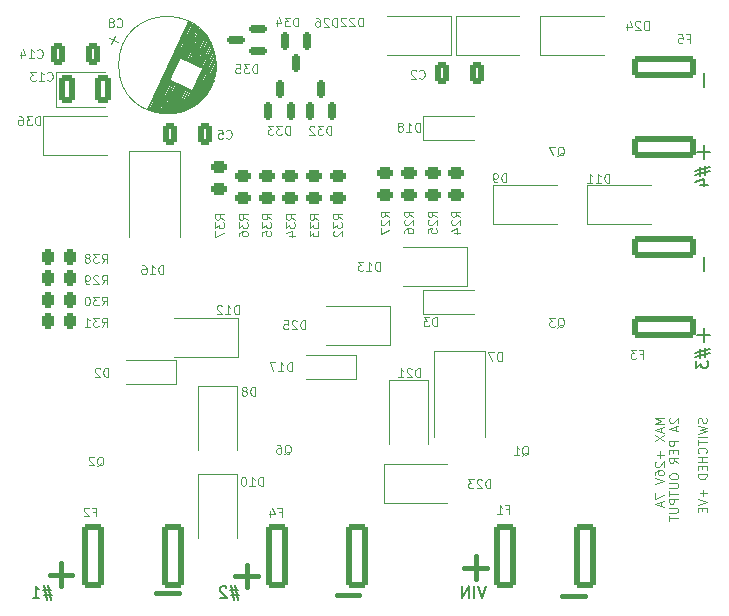
<source format=gbo>
G04 #@! TF.GenerationSoftware,KiCad,Pcbnew,6.0.7+dfsg-1+b1*
G04 #@! TF.CreationDate,2022-09-08T18:59:39+01:00*
G04 #@! TF.ProjectId,owl-driver-board,6f776c2d-6472-4697-9665-722d626f6172,rev?*
G04 #@! TF.SameCoordinates,Original*
G04 #@! TF.FileFunction,Legend,Bot*
G04 #@! TF.FilePolarity,Positive*
%FSLAX46Y46*%
G04 Gerber Fmt 4.6, Leading zero omitted, Abs format (unit mm)*
G04 Created by KiCad (PCBNEW 6.0.7+dfsg-1+b1) date 2022-09-08 18:59:39*
%MOMM*%
%LPD*%
G01*
G04 APERTURE LIST*
G04 Aperture macros list*
%AMRoundRect*
0 Rectangle with rounded corners*
0 $1 Rounding radius*
0 $2 $3 $4 $5 $6 $7 $8 $9 X,Y pos of 4 corners*
0 Add a 4 corners polygon primitive as box body*
4,1,4,$2,$3,$4,$5,$6,$7,$8,$9,$2,$3,0*
0 Add four circle primitives for the rounded corners*
1,1,$1+$1,$2,$3*
1,1,$1+$1,$4,$5*
1,1,$1+$1,$6,$7*
1,1,$1+$1,$8,$9*
0 Add four rect primitives between the rounded corners*
20,1,$1+$1,$2,$3,$4,$5,0*
20,1,$1+$1,$4,$5,$6,$7,0*
20,1,$1+$1,$6,$7,$8,$9,0*
20,1,$1+$1,$8,$9,$2,$3,0*%
%AMRotRect*
0 Rectangle, with rotation*
0 The origin of the aperture is its center*
0 $1 length*
0 $2 width*
0 $3 Rotation angle, in degrees counterclockwise*
0 Add horizontal line*
21,1,$1,$2,0,0,$3*%
G04 Aperture macros list end*
%ADD10C,0.150000*%
%ADD11C,0.400000*%
%ADD12C,0.120000*%
%ADD13C,0.200000*%
%ADD14C,6.200000*%
%ADD15R,1.727200X1.727200*%
%ADD16O,1.727200X1.727200*%
%ADD17C,2.082800*%
%ADD18R,2.500000X1.800000*%
%ADD19R,1.800000X2.500000*%
%ADD20RoundRect,0.150000X0.587500X0.150000X-0.587500X0.150000X-0.587500X-0.150000X0.587500X-0.150000X0*%
%ADD21RoundRect,0.250000X-0.712500X-2.475000X0.712500X-2.475000X0.712500X2.475000X-0.712500X2.475000X0*%
%ADD22RoundRect,0.250000X-0.450000X0.262500X-0.450000X-0.262500X0.450000X-0.262500X0.450000X0.262500X0*%
%ADD23RoundRect,0.150000X0.150000X-0.587500X0.150000X0.587500X-0.150000X0.587500X-0.150000X-0.587500X0*%
%ADD24R,1.200000X2.200000*%
%ADD25R,5.800000X6.400000*%
%ADD26RoundRect,0.250000X0.325000X0.650000X-0.325000X0.650000X-0.325000X-0.650000X0.325000X-0.650000X0*%
%ADD27R,1.300000X1.700000*%
%ADD28RoundRect,0.250000X0.262500X0.450000X-0.262500X0.450000X-0.262500X-0.450000X0.262500X-0.450000X0*%
%ADD29R,2.300000X3.500000*%
%ADD30R,2.200000X1.200000*%
%ADD31R,6.400000X5.800000*%
%ADD32RoundRect,0.250000X-0.325000X-0.650000X0.325000X-0.650000X0.325000X0.650000X-0.325000X0.650000X0*%
%ADD33RoundRect,0.250000X-2.475000X0.712500X-2.475000X-0.712500X2.475000X-0.712500X2.475000X0.712500X0*%
%ADD34RoundRect,0.250000X0.712500X2.475000X-0.712500X2.475000X-0.712500X-2.475000X0.712500X-2.475000X0*%
%ADD35RoundRect,0.150000X-0.150000X0.587500X-0.150000X-0.587500X0.150000X-0.587500X0.150000X0.587500X0*%
%ADD36RoundRect,0.250000X-0.412500X-0.925000X0.412500X-0.925000X0.412500X0.925000X-0.412500X0.925000X0*%
%ADD37RotRect,1.600000X1.600000X335.000000*%
%ADD38C,1.600000*%
G04 APERTURE END LIST*
D10*
X24785714Y-55410714D02*
X24071428Y-55410714D01*
X24500000Y-54982142D02*
X24785714Y-56267857D01*
X24166666Y-55839285D02*
X24880952Y-55839285D01*
X24452380Y-56267857D02*
X24166666Y-54982142D01*
X23785714Y-55172619D02*
X23738095Y-55125000D01*
X23642857Y-55077380D01*
X23404761Y-55077380D01*
X23309523Y-55125000D01*
X23261904Y-55172619D01*
X23214285Y-55267857D01*
X23214285Y-55363095D01*
X23261904Y-55505952D01*
X23833333Y-56077380D01*
X23214285Y-56077380D01*
X63885714Y-35014285D02*
X63885714Y-35728571D01*
X63457142Y-35300000D02*
X64742857Y-35014285D01*
X64314285Y-35633333D02*
X64314285Y-34919047D01*
X64742857Y-35347619D02*
X63457142Y-35633333D01*
X63552380Y-35966666D02*
X63552380Y-36585714D01*
X63933333Y-36252380D01*
X63933333Y-36395238D01*
X63980952Y-36490476D01*
X64028571Y-36538095D01*
X64123809Y-36585714D01*
X64361904Y-36585714D01*
X64457142Y-36538095D01*
X64504761Y-36490476D01*
X64552380Y-36395238D01*
X64552380Y-36109523D01*
X64504761Y-36014285D01*
X64457142Y-35966666D01*
X63885714Y-19589285D02*
X63885714Y-20303571D01*
X63457142Y-19875000D02*
X64742857Y-19589285D01*
X64314285Y-20208333D02*
X64314285Y-19494047D01*
X64742857Y-19922619D02*
X63457142Y-20208333D01*
X63885714Y-21065476D02*
X64552380Y-21065476D01*
X63504761Y-20827380D02*
X64219047Y-20589285D01*
X64219047Y-21208333D01*
X8960714Y-55385714D02*
X8246428Y-55385714D01*
X8675000Y-54957142D02*
X8960714Y-56242857D01*
X8341666Y-55814285D02*
X9055952Y-55814285D01*
X8627380Y-56242857D02*
X8341666Y-54957142D01*
X7389285Y-56052380D02*
X7960714Y-56052380D01*
X7675000Y-56052380D02*
X7675000Y-55052380D01*
X7770238Y-55195238D01*
X7865476Y-55290476D01*
X7960714Y-55338095D01*
D11*
X54152380Y-55878571D02*
X52247619Y-55878571D01*
D12*
X60828035Y-40856571D02*
X60078035Y-40856571D01*
X60613750Y-41106571D01*
X60078035Y-41356571D01*
X60828035Y-41356571D01*
X60613750Y-41678000D02*
X60613750Y-42035142D01*
X60828035Y-41606571D02*
X60078035Y-41856571D01*
X60828035Y-42106571D01*
X60078035Y-42285142D02*
X60828035Y-42785142D01*
X60078035Y-42785142D02*
X60828035Y-42285142D01*
X60542321Y-43642285D02*
X60542321Y-44213714D01*
X60828035Y-43928000D02*
X60256607Y-43928000D01*
X60149464Y-44535142D02*
X60113750Y-44570857D01*
X60078035Y-44642285D01*
X60078035Y-44820857D01*
X60113750Y-44892285D01*
X60149464Y-44928000D01*
X60220892Y-44963714D01*
X60292321Y-44963714D01*
X60399464Y-44928000D01*
X60828035Y-44499428D01*
X60828035Y-44963714D01*
X60078035Y-45606571D02*
X60078035Y-45463714D01*
X60113750Y-45392285D01*
X60149464Y-45356571D01*
X60256607Y-45285142D01*
X60399464Y-45249428D01*
X60685178Y-45249428D01*
X60756607Y-45285142D01*
X60792321Y-45320857D01*
X60828035Y-45392285D01*
X60828035Y-45535142D01*
X60792321Y-45606571D01*
X60756607Y-45642285D01*
X60685178Y-45678000D01*
X60506607Y-45678000D01*
X60435178Y-45642285D01*
X60399464Y-45606571D01*
X60363750Y-45535142D01*
X60363750Y-45392285D01*
X60399464Y-45320857D01*
X60435178Y-45285142D01*
X60506607Y-45249428D01*
X60078035Y-45892285D02*
X60828035Y-46142285D01*
X60078035Y-46392285D01*
X60078035Y-47142285D02*
X60078035Y-47642285D01*
X60828035Y-47320857D01*
X60613750Y-47892285D02*
X60613750Y-48249428D01*
X60828035Y-47820857D02*
X60078035Y-48070857D01*
X60828035Y-48320857D01*
X61356964Y-40820857D02*
X61321250Y-40856571D01*
X61285535Y-40928000D01*
X61285535Y-41106571D01*
X61321250Y-41178000D01*
X61356964Y-41213714D01*
X61428392Y-41249428D01*
X61499821Y-41249428D01*
X61606964Y-41213714D01*
X62035535Y-40785142D01*
X62035535Y-41249428D01*
X61821250Y-41535142D02*
X61821250Y-41892285D01*
X62035535Y-41463714D02*
X61285535Y-41713714D01*
X62035535Y-41963714D01*
X62035535Y-42785142D02*
X61285535Y-42785142D01*
X61285535Y-43070857D01*
X61321250Y-43142285D01*
X61356964Y-43178000D01*
X61428392Y-43213714D01*
X61535535Y-43213714D01*
X61606964Y-43178000D01*
X61642678Y-43142285D01*
X61678392Y-43070857D01*
X61678392Y-42785142D01*
X61642678Y-43535142D02*
X61642678Y-43785142D01*
X62035535Y-43892285D02*
X62035535Y-43535142D01*
X61285535Y-43535142D01*
X61285535Y-43892285D01*
X62035535Y-44642285D02*
X61678392Y-44392285D01*
X62035535Y-44213714D02*
X61285535Y-44213714D01*
X61285535Y-44499428D01*
X61321250Y-44570857D01*
X61356964Y-44606571D01*
X61428392Y-44642285D01*
X61535535Y-44642285D01*
X61606964Y-44606571D01*
X61642678Y-44570857D01*
X61678392Y-44499428D01*
X61678392Y-44213714D01*
X61285535Y-45678000D02*
X61285535Y-45820857D01*
X61321250Y-45892285D01*
X61392678Y-45963714D01*
X61535535Y-45999428D01*
X61785535Y-45999428D01*
X61928392Y-45963714D01*
X61999821Y-45892285D01*
X62035535Y-45820857D01*
X62035535Y-45678000D01*
X61999821Y-45606571D01*
X61928392Y-45535142D01*
X61785535Y-45499428D01*
X61535535Y-45499428D01*
X61392678Y-45535142D01*
X61321250Y-45606571D01*
X61285535Y-45678000D01*
X61285535Y-46320857D02*
X61892678Y-46320857D01*
X61964107Y-46356571D01*
X61999821Y-46392285D01*
X62035535Y-46463714D01*
X62035535Y-46606571D01*
X61999821Y-46678000D01*
X61964107Y-46713714D01*
X61892678Y-46749428D01*
X61285535Y-46749428D01*
X61285535Y-46999428D02*
X61285535Y-47428000D01*
X62035535Y-47213714D02*
X61285535Y-47213714D01*
X62035535Y-47678000D02*
X61285535Y-47678000D01*
X61285535Y-47963714D01*
X61321250Y-48035142D01*
X61356964Y-48070857D01*
X61428392Y-48106571D01*
X61535535Y-48106571D01*
X61606964Y-48070857D01*
X61642678Y-48035142D01*
X61678392Y-47963714D01*
X61678392Y-47678000D01*
X61285535Y-48428000D02*
X61892678Y-48428000D01*
X61964107Y-48463714D01*
X61999821Y-48499428D01*
X62035535Y-48570857D01*
X62035535Y-48713714D01*
X61999821Y-48785142D01*
X61964107Y-48820857D01*
X61892678Y-48856571D01*
X61285535Y-48856571D01*
X61285535Y-49106571D02*
X61285535Y-49535142D01*
X62035535Y-49320857D02*
X61285535Y-49320857D01*
X64414821Y-40820857D02*
X64450535Y-40928000D01*
X64450535Y-41106571D01*
X64414821Y-41178000D01*
X64379107Y-41213714D01*
X64307678Y-41249428D01*
X64236250Y-41249428D01*
X64164821Y-41213714D01*
X64129107Y-41178000D01*
X64093392Y-41106571D01*
X64057678Y-40963714D01*
X64021964Y-40892285D01*
X63986250Y-40856571D01*
X63914821Y-40820857D01*
X63843392Y-40820857D01*
X63771964Y-40856571D01*
X63736250Y-40892285D01*
X63700535Y-40963714D01*
X63700535Y-41142285D01*
X63736250Y-41249428D01*
X63700535Y-41499428D02*
X64450535Y-41678000D01*
X63914821Y-41820857D01*
X64450535Y-41963714D01*
X63700535Y-42142285D01*
X64450535Y-42428000D02*
X63700535Y-42428000D01*
X63700535Y-42678000D02*
X63700535Y-43106571D01*
X64450535Y-42892285D02*
X63700535Y-42892285D01*
X64379107Y-43785142D02*
X64414821Y-43749428D01*
X64450535Y-43642285D01*
X64450535Y-43570857D01*
X64414821Y-43463714D01*
X64343392Y-43392285D01*
X64271964Y-43356571D01*
X64129107Y-43320857D01*
X64021964Y-43320857D01*
X63879107Y-43356571D01*
X63807678Y-43392285D01*
X63736250Y-43463714D01*
X63700535Y-43570857D01*
X63700535Y-43642285D01*
X63736250Y-43749428D01*
X63771964Y-43785142D01*
X64450535Y-44106571D02*
X63700535Y-44106571D01*
X64057678Y-44106571D02*
X64057678Y-44535142D01*
X64450535Y-44535142D02*
X63700535Y-44535142D01*
X64057678Y-44892285D02*
X64057678Y-45142285D01*
X64450535Y-45249428D02*
X64450535Y-44892285D01*
X63700535Y-44892285D01*
X63700535Y-45249428D01*
X64450535Y-45570857D02*
X63700535Y-45570857D01*
X63700535Y-45749428D01*
X63736250Y-45856571D01*
X63807678Y-45928000D01*
X63879107Y-45963714D01*
X64021964Y-45999428D01*
X64129107Y-45999428D01*
X64271964Y-45963714D01*
X64343392Y-45928000D01*
X64414821Y-45856571D01*
X64450535Y-45749428D01*
X64450535Y-45570857D01*
X64164821Y-46892285D02*
X64164821Y-47463714D01*
X64450535Y-47178000D02*
X63879107Y-47178000D01*
X63700535Y-47713714D02*
X64450535Y-47963714D01*
X63700535Y-48213714D01*
X64057678Y-48463714D02*
X64057678Y-48713714D01*
X64450535Y-48820857D02*
X64450535Y-48463714D01*
X63700535Y-48463714D01*
X63700535Y-48820857D01*
D11*
X19752380Y-55678571D02*
X17847619Y-55678571D01*
X26452380Y-54178571D02*
X24547619Y-54178571D01*
X25500000Y-55130952D02*
X25500000Y-53226190D01*
D10*
X45795238Y-55052380D02*
X45461904Y-56052380D01*
X45128571Y-55052380D01*
X44795238Y-56052380D02*
X44795238Y-55052380D01*
X44319047Y-56052380D02*
X44319047Y-55052380D01*
X43747619Y-56052380D01*
X43747619Y-55052380D01*
D11*
X45852380Y-53478571D02*
X43947619Y-53478571D01*
X44900000Y-54430952D02*
X44900000Y-52526190D01*
X35052380Y-55778571D02*
X33147619Y-55778571D01*
X10752380Y-54078571D02*
X8847619Y-54078571D01*
X9800000Y-55030952D02*
X9800000Y-53126190D01*
D13*
X64207142Y-17728571D02*
X64207142Y-18871428D01*
X64778571Y-18300000D02*
X63635714Y-18300000D01*
X64207142Y-27228571D02*
X64207142Y-28371428D01*
X64207142Y-11628571D02*
X64207142Y-12771428D01*
X64207142Y-33228571D02*
X64207142Y-34371428D01*
X64778571Y-33800000D02*
X63635714Y-33800000D01*
D12*
X59535714Y-7964285D02*
X59535714Y-7214285D01*
X59357142Y-7214285D01*
X59250000Y-7250000D01*
X59178571Y-7321428D01*
X59142857Y-7392857D01*
X59107142Y-7535714D01*
X59107142Y-7642857D01*
X59142857Y-7785714D01*
X59178571Y-7857142D01*
X59250000Y-7928571D01*
X59357142Y-7964285D01*
X59535714Y-7964285D01*
X58821428Y-7285714D02*
X58785714Y-7250000D01*
X58714285Y-7214285D01*
X58535714Y-7214285D01*
X58464285Y-7250000D01*
X58428571Y-7285714D01*
X58392857Y-7357142D01*
X58392857Y-7428571D01*
X58428571Y-7535714D01*
X58857142Y-7964285D01*
X58392857Y-7964285D01*
X57750000Y-7464285D02*
X57750000Y-7964285D01*
X57928571Y-7178571D02*
X58107142Y-7714285D01*
X57642857Y-7714285D01*
X26228571Y-38939285D02*
X26228571Y-38189285D01*
X26050000Y-38189285D01*
X25942857Y-38225000D01*
X25871428Y-38296428D01*
X25835714Y-38367857D01*
X25800000Y-38510714D01*
X25800000Y-38617857D01*
X25835714Y-38760714D01*
X25871428Y-38832142D01*
X25942857Y-38903571D01*
X26050000Y-38939285D01*
X26228571Y-38939285D01*
X25371428Y-38510714D02*
X25442857Y-38475000D01*
X25478571Y-38439285D01*
X25514285Y-38367857D01*
X25514285Y-38332142D01*
X25478571Y-38260714D01*
X25442857Y-38225000D01*
X25371428Y-38189285D01*
X25228571Y-38189285D01*
X25157142Y-38225000D01*
X25121428Y-38260714D01*
X25085714Y-38332142D01*
X25085714Y-38367857D01*
X25121428Y-38439285D01*
X25157142Y-38475000D01*
X25228571Y-38510714D01*
X25371428Y-38510714D01*
X25442857Y-38546428D01*
X25478571Y-38582142D01*
X25514285Y-38653571D01*
X25514285Y-38796428D01*
X25478571Y-38867857D01*
X25442857Y-38903571D01*
X25371428Y-38939285D01*
X25228571Y-38939285D01*
X25157142Y-38903571D01*
X25121428Y-38867857D01*
X25085714Y-38796428D01*
X25085714Y-38653571D01*
X25121428Y-38582142D01*
X25157142Y-38546428D01*
X25228571Y-38510714D01*
X26410714Y-11639285D02*
X26410714Y-10889285D01*
X26232142Y-10889285D01*
X26125000Y-10925000D01*
X26053571Y-10996428D01*
X26017857Y-11067857D01*
X25982142Y-11210714D01*
X25982142Y-11317857D01*
X26017857Y-11460714D01*
X26053571Y-11532142D01*
X26125000Y-11603571D01*
X26232142Y-11639285D01*
X26410714Y-11639285D01*
X25732142Y-10889285D02*
X25267857Y-10889285D01*
X25517857Y-11175000D01*
X25410714Y-11175000D01*
X25339285Y-11210714D01*
X25303571Y-11246428D01*
X25267857Y-11317857D01*
X25267857Y-11496428D01*
X25303571Y-11567857D01*
X25339285Y-11603571D01*
X25410714Y-11639285D01*
X25625000Y-11639285D01*
X25696428Y-11603571D01*
X25732142Y-11567857D01*
X24589285Y-10889285D02*
X24946428Y-10889285D01*
X24982142Y-11246428D01*
X24946428Y-11210714D01*
X24875000Y-11175000D01*
X24696428Y-11175000D01*
X24625000Y-11210714D01*
X24589285Y-11246428D01*
X24553571Y-11317857D01*
X24553571Y-11496428D01*
X24589285Y-11567857D01*
X24625000Y-11603571D01*
X24696428Y-11639285D01*
X24875000Y-11639285D01*
X24946428Y-11603571D01*
X24982142Y-11567857D01*
X47500000Y-48546428D02*
X47750000Y-48546428D01*
X47750000Y-48939285D02*
X47750000Y-48189285D01*
X47392857Y-48189285D01*
X46714285Y-48939285D02*
X47142857Y-48939285D01*
X46928571Y-48939285D02*
X46928571Y-48189285D01*
X47000000Y-48296428D01*
X47071428Y-48367857D01*
X47142857Y-48403571D01*
X41589285Y-23767857D02*
X41232142Y-23517857D01*
X41589285Y-23339285D02*
X40839285Y-23339285D01*
X40839285Y-23625000D01*
X40875000Y-23696428D01*
X40910714Y-23732142D01*
X40982142Y-23767857D01*
X41089285Y-23767857D01*
X41160714Y-23732142D01*
X41196428Y-23696428D01*
X41232142Y-23625000D01*
X41232142Y-23339285D01*
X40910714Y-24053571D02*
X40875000Y-24089285D01*
X40839285Y-24160714D01*
X40839285Y-24339285D01*
X40875000Y-24410714D01*
X40910714Y-24446428D01*
X40982142Y-24482142D01*
X41053571Y-24482142D01*
X41160714Y-24446428D01*
X41589285Y-24017857D01*
X41589285Y-24482142D01*
X40839285Y-25160714D02*
X40839285Y-24803571D01*
X41196428Y-24767857D01*
X41160714Y-24803571D01*
X41125000Y-24875000D01*
X41125000Y-25053571D01*
X41160714Y-25125000D01*
X41196428Y-25160714D01*
X41267857Y-25196428D01*
X41446428Y-25196428D01*
X41517857Y-25160714D01*
X41553571Y-25125000D01*
X41589285Y-25053571D01*
X41589285Y-24875000D01*
X41553571Y-24803571D01*
X41517857Y-24767857D01*
X35335714Y-7664285D02*
X35335714Y-6914285D01*
X35157142Y-6914285D01*
X35050000Y-6950000D01*
X34978571Y-7021428D01*
X34942857Y-7092857D01*
X34907142Y-7235714D01*
X34907142Y-7342857D01*
X34942857Y-7485714D01*
X34978571Y-7557142D01*
X35050000Y-7628571D01*
X35157142Y-7664285D01*
X35335714Y-7664285D01*
X34621428Y-6985714D02*
X34585714Y-6950000D01*
X34514285Y-6914285D01*
X34335714Y-6914285D01*
X34264285Y-6950000D01*
X34228571Y-6985714D01*
X34192857Y-7057142D01*
X34192857Y-7128571D01*
X34228571Y-7235714D01*
X34657142Y-7664285D01*
X34192857Y-7664285D01*
X33907142Y-6985714D02*
X33871428Y-6950000D01*
X33800000Y-6914285D01*
X33621428Y-6914285D01*
X33550000Y-6950000D01*
X33514285Y-6985714D01*
X33478571Y-7057142D01*
X33478571Y-7128571D01*
X33514285Y-7235714D01*
X33942857Y-7664285D01*
X33478571Y-7664285D01*
X32660714Y-16839285D02*
X32660714Y-16089285D01*
X32482142Y-16089285D01*
X32375000Y-16125000D01*
X32303571Y-16196428D01*
X32267857Y-16267857D01*
X32232142Y-16410714D01*
X32232142Y-16517857D01*
X32267857Y-16660714D01*
X32303571Y-16732142D01*
X32375000Y-16803571D01*
X32482142Y-16839285D01*
X32660714Y-16839285D01*
X31982142Y-16089285D02*
X31517857Y-16089285D01*
X31767857Y-16375000D01*
X31660714Y-16375000D01*
X31589285Y-16410714D01*
X31553571Y-16446428D01*
X31517857Y-16517857D01*
X31517857Y-16696428D01*
X31553571Y-16767857D01*
X31589285Y-16803571D01*
X31660714Y-16839285D01*
X31875000Y-16839285D01*
X31946428Y-16803571D01*
X31982142Y-16767857D01*
X31232142Y-16160714D02*
X31196428Y-16125000D01*
X31125000Y-16089285D01*
X30946428Y-16089285D01*
X30875000Y-16125000D01*
X30839285Y-16160714D01*
X30803571Y-16232142D01*
X30803571Y-16303571D01*
X30839285Y-16410714D01*
X31267857Y-16839285D01*
X30803571Y-16839285D01*
X28696428Y-43910714D02*
X28767857Y-43875000D01*
X28839285Y-43803571D01*
X28946428Y-43696428D01*
X29017857Y-43660714D01*
X29089285Y-43660714D01*
X29053571Y-43839285D02*
X29125000Y-43803571D01*
X29196428Y-43732142D01*
X29232142Y-43589285D01*
X29232142Y-43339285D01*
X29196428Y-43196428D01*
X29125000Y-43125000D01*
X29053571Y-43089285D01*
X28910714Y-43089285D01*
X28839285Y-43125000D01*
X28767857Y-43196428D01*
X28732142Y-43339285D01*
X28732142Y-43589285D01*
X28767857Y-43732142D01*
X28839285Y-43803571D01*
X28910714Y-43839285D01*
X29053571Y-43839285D01*
X28089285Y-43089285D02*
X28232142Y-43089285D01*
X28303571Y-43125000D01*
X28339285Y-43160714D01*
X28410714Y-43267857D01*
X28446428Y-43410714D01*
X28446428Y-43696428D01*
X28410714Y-43767857D01*
X28375000Y-43803571D01*
X28303571Y-43839285D01*
X28160714Y-43839285D01*
X28089285Y-43803571D01*
X28053571Y-43767857D01*
X28017857Y-43696428D01*
X28017857Y-43517857D01*
X28053571Y-43446428D01*
X28089285Y-43410714D01*
X28160714Y-43375000D01*
X28303571Y-43375000D01*
X28375000Y-43410714D01*
X28410714Y-43446428D01*
X28446428Y-43517857D01*
X26885714Y-46564285D02*
X26885714Y-45814285D01*
X26707142Y-45814285D01*
X26600000Y-45850000D01*
X26528571Y-45921428D01*
X26492857Y-45992857D01*
X26457142Y-46135714D01*
X26457142Y-46242857D01*
X26492857Y-46385714D01*
X26528571Y-46457142D01*
X26600000Y-46528571D01*
X26707142Y-46564285D01*
X26885714Y-46564285D01*
X25742857Y-46564285D02*
X26171428Y-46564285D01*
X25957142Y-46564285D02*
X25957142Y-45814285D01*
X26028571Y-45921428D01*
X26100000Y-45992857D01*
X26171428Y-46028571D01*
X25278571Y-45814285D02*
X25207142Y-45814285D01*
X25135714Y-45850000D01*
X25100000Y-45885714D01*
X25064285Y-45957142D01*
X25028571Y-46100000D01*
X25028571Y-46278571D01*
X25064285Y-46421428D01*
X25100000Y-46492857D01*
X25135714Y-46528571D01*
X25207142Y-46564285D01*
X25278571Y-46564285D01*
X25350000Y-46528571D01*
X25385714Y-46492857D01*
X25421428Y-46421428D01*
X25457142Y-46278571D01*
X25457142Y-46100000D01*
X25421428Y-45957142D01*
X25385714Y-45885714D01*
X25350000Y-45850000D01*
X25278571Y-45814285D01*
X27589285Y-24005357D02*
X27232142Y-23755357D01*
X27589285Y-23576785D02*
X26839285Y-23576785D01*
X26839285Y-23862500D01*
X26875000Y-23933928D01*
X26910714Y-23969642D01*
X26982142Y-24005357D01*
X27089285Y-24005357D01*
X27160714Y-23969642D01*
X27196428Y-23933928D01*
X27232142Y-23862500D01*
X27232142Y-23576785D01*
X26839285Y-24255357D02*
X26839285Y-24719642D01*
X27125000Y-24469642D01*
X27125000Y-24576785D01*
X27160714Y-24648214D01*
X27196428Y-24683928D01*
X27267857Y-24719642D01*
X27446428Y-24719642D01*
X27517857Y-24683928D01*
X27553571Y-24648214D01*
X27589285Y-24576785D01*
X27589285Y-24362500D01*
X27553571Y-24291071D01*
X27517857Y-24255357D01*
X26839285Y-25398214D02*
X26839285Y-25041071D01*
X27196428Y-25005357D01*
X27160714Y-25041071D01*
X27125000Y-25112500D01*
X27125000Y-25291071D01*
X27160714Y-25362500D01*
X27196428Y-25398214D01*
X27267857Y-25433928D01*
X27446428Y-25433928D01*
X27517857Y-25398214D01*
X27553571Y-25362500D01*
X27589285Y-25291071D01*
X27589285Y-25112500D01*
X27553571Y-25041071D01*
X27517857Y-25005357D01*
X23775000Y-17092857D02*
X23810714Y-17128571D01*
X23917857Y-17164285D01*
X23989285Y-17164285D01*
X24096428Y-17128571D01*
X24167857Y-17057142D01*
X24203571Y-16985714D01*
X24239285Y-16842857D01*
X24239285Y-16735714D01*
X24203571Y-16592857D01*
X24167857Y-16521428D01*
X24096428Y-16450000D01*
X23989285Y-16414285D01*
X23917857Y-16414285D01*
X23810714Y-16450000D01*
X23775000Y-16485714D01*
X23096428Y-16414285D02*
X23453571Y-16414285D01*
X23489285Y-16771428D01*
X23453571Y-16735714D01*
X23382142Y-16700000D01*
X23203571Y-16700000D01*
X23132142Y-16735714D01*
X23096428Y-16771428D01*
X23060714Y-16842857D01*
X23060714Y-17021428D01*
X23096428Y-17092857D01*
X23132142Y-17128571D01*
X23203571Y-17164285D01*
X23382142Y-17164285D01*
X23453571Y-17128571D01*
X23489285Y-17092857D01*
X29335714Y-36864285D02*
X29335714Y-36114285D01*
X29157142Y-36114285D01*
X29050000Y-36150000D01*
X28978571Y-36221428D01*
X28942857Y-36292857D01*
X28907142Y-36435714D01*
X28907142Y-36542857D01*
X28942857Y-36685714D01*
X28978571Y-36757142D01*
X29050000Y-36828571D01*
X29157142Y-36864285D01*
X29335714Y-36864285D01*
X28192857Y-36864285D02*
X28621428Y-36864285D01*
X28407142Y-36864285D02*
X28407142Y-36114285D01*
X28478571Y-36221428D01*
X28550000Y-36292857D01*
X28621428Y-36328571D01*
X27942857Y-36114285D02*
X27442857Y-36114285D01*
X27764285Y-36864285D01*
X13232142Y-27689285D02*
X13482142Y-27332142D01*
X13660714Y-27689285D02*
X13660714Y-26939285D01*
X13375000Y-26939285D01*
X13303571Y-26975000D01*
X13267857Y-27010714D01*
X13232142Y-27082142D01*
X13232142Y-27189285D01*
X13267857Y-27260714D01*
X13303571Y-27296428D01*
X13375000Y-27332142D01*
X13660714Y-27332142D01*
X12982142Y-26939285D02*
X12517857Y-26939285D01*
X12767857Y-27225000D01*
X12660714Y-27225000D01*
X12589285Y-27260714D01*
X12553571Y-27296428D01*
X12517857Y-27367857D01*
X12517857Y-27546428D01*
X12553571Y-27617857D01*
X12589285Y-27653571D01*
X12660714Y-27689285D01*
X12875000Y-27689285D01*
X12946428Y-27653571D01*
X12982142Y-27617857D01*
X12089285Y-27260714D02*
X12160714Y-27225000D01*
X12196428Y-27189285D01*
X12232142Y-27117857D01*
X12232142Y-27082142D01*
X12196428Y-27010714D01*
X12160714Y-26975000D01*
X12089285Y-26939285D01*
X11946428Y-26939285D01*
X11875000Y-26975000D01*
X11839285Y-27010714D01*
X11803571Y-27082142D01*
X11803571Y-27117857D01*
X11839285Y-27189285D01*
X11875000Y-27225000D01*
X11946428Y-27260714D01*
X12089285Y-27260714D01*
X12160714Y-27296428D01*
X12196428Y-27332142D01*
X12232142Y-27403571D01*
X12232142Y-27546428D01*
X12196428Y-27617857D01*
X12160714Y-27653571D01*
X12089285Y-27689285D01*
X11946428Y-27689285D01*
X11875000Y-27653571D01*
X11839285Y-27617857D01*
X11803571Y-27546428D01*
X11803571Y-27403571D01*
X11839285Y-27332142D01*
X11875000Y-27296428D01*
X11946428Y-27260714D01*
X41628571Y-33039285D02*
X41628571Y-32289285D01*
X41450000Y-32289285D01*
X41342857Y-32325000D01*
X41271428Y-32396428D01*
X41235714Y-32467857D01*
X41200000Y-32610714D01*
X41200000Y-32717857D01*
X41235714Y-32860714D01*
X41271428Y-32932142D01*
X41342857Y-33003571D01*
X41450000Y-33039285D01*
X41628571Y-33039285D01*
X40950000Y-32289285D02*
X40485714Y-32289285D01*
X40735714Y-32575000D01*
X40628571Y-32575000D01*
X40557142Y-32610714D01*
X40521428Y-32646428D01*
X40485714Y-32717857D01*
X40485714Y-32896428D01*
X40521428Y-32967857D01*
X40557142Y-33003571D01*
X40628571Y-33039285D01*
X40842857Y-33039285D01*
X40914285Y-33003571D01*
X40950000Y-32967857D01*
X40185714Y-37364285D02*
X40185714Y-36614285D01*
X40007142Y-36614285D01*
X39900000Y-36650000D01*
X39828571Y-36721428D01*
X39792857Y-36792857D01*
X39757142Y-36935714D01*
X39757142Y-37042857D01*
X39792857Y-37185714D01*
X39828571Y-37257142D01*
X39900000Y-37328571D01*
X40007142Y-37364285D01*
X40185714Y-37364285D01*
X39471428Y-36685714D02*
X39435714Y-36650000D01*
X39364285Y-36614285D01*
X39185714Y-36614285D01*
X39114285Y-36650000D01*
X39078571Y-36685714D01*
X39042857Y-36757142D01*
X39042857Y-36828571D01*
X39078571Y-36935714D01*
X39507142Y-37364285D01*
X39042857Y-37364285D01*
X38328571Y-37364285D02*
X38757142Y-37364285D01*
X38542857Y-37364285D02*
X38542857Y-36614285D01*
X38614285Y-36721428D01*
X38685714Y-36792857D01*
X38757142Y-36828571D01*
X13803571Y-37339285D02*
X13803571Y-36589285D01*
X13625000Y-36589285D01*
X13517857Y-36625000D01*
X13446428Y-36696428D01*
X13410714Y-36767857D01*
X13375000Y-36910714D01*
X13375000Y-37017857D01*
X13410714Y-37160714D01*
X13446428Y-37232142D01*
X13517857Y-37303571D01*
X13625000Y-37339285D01*
X13803571Y-37339285D01*
X13089285Y-36660714D02*
X13053571Y-36625000D01*
X12982142Y-36589285D01*
X12803571Y-36589285D01*
X12732142Y-36625000D01*
X12696428Y-36660714D01*
X12660714Y-36732142D01*
X12660714Y-36803571D01*
X12696428Y-36910714D01*
X13125000Y-37339285D01*
X12660714Y-37339285D01*
X30460714Y-33314285D02*
X30460714Y-32564285D01*
X30282142Y-32564285D01*
X30175000Y-32600000D01*
X30103571Y-32671428D01*
X30067857Y-32742857D01*
X30032142Y-32885714D01*
X30032142Y-32992857D01*
X30067857Y-33135714D01*
X30103571Y-33207142D01*
X30175000Y-33278571D01*
X30282142Y-33314285D01*
X30460714Y-33314285D01*
X29746428Y-32635714D02*
X29710714Y-32600000D01*
X29639285Y-32564285D01*
X29460714Y-32564285D01*
X29389285Y-32600000D01*
X29353571Y-32635714D01*
X29317857Y-32707142D01*
X29317857Y-32778571D01*
X29353571Y-32885714D01*
X29782142Y-33314285D01*
X29317857Y-33314285D01*
X28639285Y-32564285D02*
X28996428Y-32564285D01*
X29032142Y-32921428D01*
X28996428Y-32885714D01*
X28925000Y-32850000D01*
X28746428Y-32850000D01*
X28675000Y-32885714D01*
X28639285Y-32921428D01*
X28603571Y-32992857D01*
X28603571Y-33171428D01*
X28639285Y-33242857D01*
X28675000Y-33278571D01*
X28746428Y-33314285D01*
X28925000Y-33314285D01*
X28996428Y-33278571D01*
X29032142Y-33242857D01*
X12821428Y-44910714D02*
X12892857Y-44875000D01*
X12964285Y-44803571D01*
X13071428Y-44696428D01*
X13142857Y-44660714D01*
X13214285Y-44660714D01*
X13178571Y-44839285D02*
X13250000Y-44803571D01*
X13321428Y-44732142D01*
X13357142Y-44589285D01*
X13357142Y-44339285D01*
X13321428Y-44196428D01*
X13250000Y-44125000D01*
X13178571Y-44089285D01*
X13035714Y-44089285D01*
X12964285Y-44125000D01*
X12892857Y-44196428D01*
X12857142Y-44339285D01*
X12857142Y-44589285D01*
X12892857Y-44732142D01*
X12964285Y-44803571D01*
X13035714Y-44839285D01*
X13178571Y-44839285D01*
X12571428Y-44160714D02*
X12535714Y-44125000D01*
X12464285Y-44089285D01*
X12285714Y-44089285D01*
X12214285Y-44125000D01*
X12178571Y-44160714D01*
X12142857Y-44232142D01*
X12142857Y-44303571D01*
X12178571Y-44410714D01*
X12607142Y-44839285D01*
X12142857Y-44839285D01*
X13232142Y-33089285D02*
X13482142Y-32732142D01*
X13660714Y-33089285D02*
X13660714Y-32339285D01*
X13375000Y-32339285D01*
X13303571Y-32375000D01*
X13267857Y-32410714D01*
X13232142Y-32482142D01*
X13232142Y-32589285D01*
X13267857Y-32660714D01*
X13303571Y-32696428D01*
X13375000Y-32732142D01*
X13660714Y-32732142D01*
X12982142Y-32339285D02*
X12517857Y-32339285D01*
X12767857Y-32625000D01*
X12660714Y-32625000D01*
X12589285Y-32660714D01*
X12553571Y-32696428D01*
X12517857Y-32767857D01*
X12517857Y-32946428D01*
X12553571Y-33017857D01*
X12589285Y-33053571D01*
X12660714Y-33089285D01*
X12875000Y-33089285D01*
X12946428Y-33053571D01*
X12982142Y-33017857D01*
X11803571Y-33089285D02*
X12232142Y-33089285D01*
X12017857Y-33089285D02*
X12017857Y-32339285D01*
X12089285Y-32446428D01*
X12160714Y-32517857D01*
X12232142Y-32553571D01*
X40160714Y-16564285D02*
X40160714Y-15814285D01*
X39982142Y-15814285D01*
X39875000Y-15850000D01*
X39803571Y-15921428D01*
X39767857Y-15992857D01*
X39732142Y-16135714D01*
X39732142Y-16242857D01*
X39767857Y-16385714D01*
X39803571Y-16457142D01*
X39875000Y-16528571D01*
X39982142Y-16564285D01*
X40160714Y-16564285D01*
X39017857Y-16564285D02*
X39446428Y-16564285D01*
X39232142Y-16564285D02*
X39232142Y-15814285D01*
X39303571Y-15921428D01*
X39375000Y-15992857D01*
X39446428Y-16028571D01*
X38589285Y-16135714D02*
X38660714Y-16100000D01*
X38696428Y-16064285D01*
X38732142Y-15992857D01*
X38732142Y-15957142D01*
X38696428Y-15885714D01*
X38660714Y-15850000D01*
X38589285Y-15814285D01*
X38446428Y-15814285D01*
X38375000Y-15850000D01*
X38339285Y-15885714D01*
X38303571Y-15957142D01*
X38303571Y-15992857D01*
X38339285Y-16064285D01*
X38375000Y-16100000D01*
X38446428Y-16135714D01*
X38589285Y-16135714D01*
X38660714Y-16171428D01*
X38696428Y-16207142D01*
X38732142Y-16278571D01*
X38732142Y-16421428D01*
X38696428Y-16492857D01*
X38660714Y-16528571D01*
X38589285Y-16564285D01*
X38446428Y-16564285D01*
X38375000Y-16528571D01*
X38339285Y-16492857D01*
X38303571Y-16421428D01*
X38303571Y-16278571D01*
X38339285Y-16207142D01*
X38375000Y-16171428D01*
X38446428Y-16135714D01*
X56210714Y-20889285D02*
X56210714Y-20139285D01*
X56032142Y-20139285D01*
X55925000Y-20175000D01*
X55853571Y-20246428D01*
X55817857Y-20317857D01*
X55782142Y-20460714D01*
X55782142Y-20567857D01*
X55817857Y-20710714D01*
X55853571Y-20782142D01*
X55925000Y-20853571D01*
X56032142Y-20889285D01*
X56210714Y-20889285D01*
X55067857Y-20889285D02*
X55496428Y-20889285D01*
X55282142Y-20889285D02*
X55282142Y-20139285D01*
X55353571Y-20246428D01*
X55425000Y-20317857D01*
X55496428Y-20353571D01*
X54353571Y-20889285D02*
X54782142Y-20889285D01*
X54567857Y-20889285D02*
X54567857Y-20139285D01*
X54639285Y-20246428D01*
X54710714Y-20317857D01*
X54782142Y-20353571D01*
X39589285Y-23767857D02*
X39232142Y-23517857D01*
X39589285Y-23339285D02*
X38839285Y-23339285D01*
X38839285Y-23625000D01*
X38875000Y-23696428D01*
X38910714Y-23732142D01*
X38982142Y-23767857D01*
X39089285Y-23767857D01*
X39160714Y-23732142D01*
X39196428Y-23696428D01*
X39232142Y-23625000D01*
X39232142Y-23339285D01*
X38910714Y-24053571D02*
X38875000Y-24089285D01*
X38839285Y-24160714D01*
X38839285Y-24339285D01*
X38875000Y-24410714D01*
X38910714Y-24446428D01*
X38982142Y-24482142D01*
X39053571Y-24482142D01*
X39160714Y-24446428D01*
X39589285Y-24017857D01*
X39589285Y-24482142D01*
X38839285Y-25125000D02*
X38839285Y-24982142D01*
X38875000Y-24910714D01*
X38910714Y-24875000D01*
X39017857Y-24803571D01*
X39160714Y-24767857D01*
X39446428Y-24767857D01*
X39517857Y-24803571D01*
X39553571Y-24839285D01*
X39589285Y-24910714D01*
X39589285Y-25053571D01*
X39553571Y-25125000D01*
X39517857Y-25160714D01*
X39446428Y-25196428D01*
X39267857Y-25196428D01*
X39196428Y-25160714D01*
X39160714Y-25125000D01*
X39125000Y-25053571D01*
X39125000Y-24910714D01*
X39160714Y-24839285D01*
X39196428Y-24803571D01*
X39267857Y-24767857D01*
X47478571Y-20864285D02*
X47478571Y-20114285D01*
X47300000Y-20114285D01*
X47192857Y-20150000D01*
X47121428Y-20221428D01*
X47085714Y-20292857D01*
X47050000Y-20435714D01*
X47050000Y-20542857D01*
X47085714Y-20685714D01*
X47121428Y-20757142D01*
X47192857Y-20828571D01*
X47300000Y-20864285D01*
X47478571Y-20864285D01*
X46692857Y-20864285D02*
X46550000Y-20864285D01*
X46478571Y-20828571D01*
X46442857Y-20792857D01*
X46371428Y-20685714D01*
X46335714Y-20542857D01*
X46335714Y-20257142D01*
X46371428Y-20185714D01*
X46407142Y-20150000D01*
X46478571Y-20114285D01*
X46621428Y-20114285D01*
X46692857Y-20150000D01*
X46728571Y-20185714D01*
X46764285Y-20257142D01*
X46764285Y-20435714D01*
X46728571Y-20507142D01*
X46692857Y-20542857D01*
X46621428Y-20578571D01*
X46478571Y-20578571D01*
X46407142Y-20542857D01*
X46371428Y-20507142D01*
X46335714Y-20435714D01*
X43589285Y-23767857D02*
X43232142Y-23517857D01*
X43589285Y-23339285D02*
X42839285Y-23339285D01*
X42839285Y-23625000D01*
X42875000Y-23696428D01*
X42910714Y-23732142D01*
X42982142Y-23767857D01*
X43089285Y-23767857D01*
X43160714Y-23732142D01*
X43196428Y-23696428D01*
X43232142Y-23625000D01*
X43232142Y-23339285D01*
X42910714Y-24053571D02*
X42875000Y-24089285D01*
X42839285Y-24160714D01*
X42839285Y-24339285D01*
X42875000Y-24410714D01*
X42910714Y-24446428D01*
X42982142Y-24482142D01*
X43053571Y-24482142D01*
X43160714Y-24446428D01*
X43589285Y-24017857D01*
X43589285Y-24482142D01*
X43089285Y-25125000D02*
X43589285Y-25125000D01*
X42803571Y-24946428D02*
X43339285Y-24767857D01*
X43339285Y-25232142D01*
X33160714Y-7689285D02*
X33160714Y-6939285D01*
X32982142Y-6939285D01*
X32875000Y-6975000D01*
X32803571Y-7046428D01*
X32767857Y-7117857D01*
X32732142Y-7260714D01*
X32732142Y-7367857D01*
X32767857Y-7510714D01*
X32803571Y-7582142D01*
X32875000Y-7653571D01*
X32982142Y-7689285D01*
X33160714Y-7689285D01*
X32446428Y-7010714D02*
X32410714Y-6975000D01*
X32339285Y-6939285D01*
X32160714Y-6939285D01*
X32089285Y-6975000D01*
X32053571Y-7010714D01*
X32017857Y-7082142D01*
X32017857Y-7153571D01*
X32053571Y-7260714D01*
X32482142Y-7689285D01*
X32017857Y-7689285D01*
X31375000Y-6939285D02*
X31517857Y-6939285D01*
X31589285Y-6975000D01*
X31625000Y-7010714D01*
X31696428Y-7117857D01*
X31732142Y-7260714D01*
X31732142Y-7546428D01*
X31696428Y-7617857D01*
X31660714Y-7653571D01*
X31589285Y-7689285D01*
X31446428Y-7689285D01*
X31375000Y-7653571D01*
X31339285Y-7617857D01*
X31303571Y-7546428D01*
X31303571Y-7367857D01*
X31339285Y-7296428D01*
X31375000Y-7260714D01*
X31446428Y-7225000D01*
X31589285Y-7225000D01*
X31660714Y-7260714D01*
X31696428Y-7296428D01*
X31732142Y-7367857D01*
X47103571Y-35989285D02*
X47103571Y-35239285D01*
X46925000Y-35239285D01*
X46817857Y-35275000D01*
X46746428Y-35346428D01*
X46710714Y-35417857D01*
X46675000Y-35560714D01*
X46675000Y-35667857D01*
X46710714Y-35810714D01*
X46746428Y-35882142D01*
X46817857Y-35953571D01*
X46925000Y-35989285D01*
X47103571Y-35989285D01*
X46425000Y-35239285D02*
X45925000Y-35239285D01*
X46246428Y-35989285D01*
X51821428Y-33160714D02*
X51892857Y-33125000D01*
X51964285Y-33053571D01*
X52071428Y-32946428D01*
X52142857Y-32910714D01*
X52214285Y-32910714D01*
X52178571Y-33089285D02*
X52250000Y-33053571D01*
X52321428Y-32982142D01*
X52357142Y-32839285D01*
X52357142Y-32589285D01*
X52321428Y-32446428D01*
X52250000Y-32375000D01*
X52178571Y-32339285D01*
X52035714Y-32339285D01*
X51964285Y-32375000D01*
X51892857Y-32446428D01*
X51857142Y-32589285D01*
X51857142Y-32839285D01*
X51892857Y-32982142D01*
X51964285Y-33053571D01*
X52035714Y-33089285D01*
X52178571Y-33089285D01*
X51607142Y-32339285D02*
X51142857Y-32339285D01*
X51392857Y-32625000D01*
X51285714Y-32625000D01*
X51214285Y-32660714D01*
X51178571Y-32696428D01*
X51142857Y-32767857D01*
X51142857Y-32946428D01*
X51178571Y-33017857D01*
X51214285Y-33053571D01*
X51285714Y-33089285D01*
X51500000Y-33089285D01*
X51571428Y-33053571D01*
X51607142Y-33017857D01*
X13232142Y-31289285D02*
X13482142Y-30932142D01*
X13660714Y-31289285D02*
X13660714Y-30539285D01*
X13375000Y-30539285D01*
X13303571Y-30575000D01*
X13267857Y-30610714D01*
X13232142Y-30682142D01*
X13232142Y-30789285D01*
X13267857Y-30860714D01*
X13303571Y-30896428D01*
X13375000Y-30932142D01*
X13660714Y-30932142D01*
X12982142Y-30539285D02*
X12517857Y-30539285D01*
X12767857Y-30825000D01*
X12660714Y-30825000D01*
X12589285Y-30860714D01*
X12553571Y-30896428D01*
X12517857Y-30967857D01*
X12517857Y-31146428D01*
X12553571Y-31217857D01*
X12589285Y-31253571D01*
X12660714Y-31289285D01*
X12875000Y-31289285D01*
X12946428Y-31253571D01*
X12982142Y-31217857D01*
X12053571Y-30539285D02*
X11982142Y-30539285D01*
X11910714Y-30575000D01*
X11875000Y-30610714D01*
X11839285Y-30682142D01*
X11803571Y-30825000D01*
X11803571Y-31003571D01*
X11839285Y-31146428D01*
X11875000Y-31217857D01*
X11910714Y-31253571D01*
X11982142Y-31289285D01*
X12053571Y-31289285D01*
X12125000Y-31253571D01*
X12160714Y-31217857D01*
X12196428Y-31146428D01*
X12232142Y-31003571D01*
X12232142Y-30825000D01*
X12196428Y-30682142D01*
X12160714Y-30610714D01*
X12125000Y-30575000D01*
X12053571Y-30539285D01*
X7782142Y-10267857D02*
X7817857Y-10303571D01*
X7925000Y-10339285D01*
X7996428Y-10339285D01*
X8103571Y-10303571D01*
X8175000Y-10232142D01*
X8210714Y-10160714D01*
X8246428Y-10017857D01*
X8246428Y-9910714D01*
X8210714Y-9767857D01*
X8175000Y-9696428D01*
X8103571Y-9625000D01*
X7996428Y-9589285D01*
X7925000Y-9589285D01*
X7817857Y-9625000D01*
X7782142Y-9660714D01*
X7067857Y-10339285D02*
X7496428Y-10339285D01*
X7282142Y-10339285D02*
X7282142Y-9589285D01*
X7353571Y-9696428D01*
X7425000Y-9767857D01*
X7496428Y-9803571D01*
X6425000Y-9839285D02*
X6425000Y-10339285D01*
X6603571Y-9553571D02*
X6782142Y-10089285D01*
X6317857Y-10089285D01*
X62800000Y-8696428D02*
X63050000Y-8696428D01*
X63050000Y-9089285D02*
X63050000Y-8339285D01*
X62692857Y-8339285D01*
X62050000Y-8339285D02*
X62407142Y-8339285D01*
X62442857Y-8696428D01*
X62407142Y-8660714D01*
X62335714Y-8625000D01*
X62157142Y-8625000D01*
X62085714Y-8660714D01*
X62050000Y-8696428D01*
X62014285Y-8767857D01*
X62014285Y-8946428D01*
X62050000Y-9017857D01*
X62085714Y-9053571D01*
X62157142Y-9089285D01*
X62335714Y-9089285D01*
X62407142Y-9053571D01*
X62442857Y-9017857D01*
X25589285Y-24017857D02*
X25232142Y-23767857D01*
X25589285Y-23589285D02*
X24839285Y-23589285D01*
X24839285Y-23875000D01*
X24875000Y-23946428D01*
X24910714Y-23982142D01*
X24982142Y-24017857D01*
X25089285Y-24017857D01*
X25160714Y-23982142D01*
X25196428Y-23946428D01*
X25232142Y-23875000D01*
X25232142Y-23589285D01*
X24839285Y-24267857D02*
X24839285Y-24732142D01*
X25125000Y-24482142D01*
X25125000Y-24589285D01*
X25160714Y-24660714D01*
X25196428Y-24696428D01*
X25267857Y-24732142D01*
X25446428Y-24732142D01*
X25517857Y-24696428D01*
X25553571Y-24660714D01*
X25589285Y-24589285D01*
X25589285Y-24375000D01*
X25553571Y-24303571D01*
X25517857Y-24267857D01*
X24839285Y-25375000D02*
X24839285Y-25232142D01*
X24875000Y-25160714D01*
X24910714Y-25125000D01*
X25017857Y-25053571D01*
X25160714Y-25017857D01*
X25446428Y-25017857D01*
X25517857Y-25053571D01*
X25553571Y-25089285D01*
X25589285Y-25160714D01*
X25589285Y-25303571D01*
X25553571Y-25375000D01*
X25517857Y-25410714D01*
X25446428Y-25446428D01*
X25267857Y-25446428D01*
X25196428Y-25410714D01*
X25160714Y-25375000D01*
X25125000Y-25303571D01*
X25125000Y-25160714D01*
X25160714Y-25089285D01*
X25196428Y-25053571D01*
X25267857Y-25017857D01*
X29589285Y-24017857D02*
X29232142Y-23767857D01*
X29589285Y-23589285D02*
X28839285Y-23589285D01*
X28839285Y-23875000D01*
X28875000Y-23946428D01*
X28910714Y-23982142D01*
X28982142Y-24017857D01*
X29089285Y-24017857D01*
X29160714Y-23982142D01*
X29196428Y-23946428D01*
X29232142Y-23875000D01*
X29232142Y-23589285D01*
X28839285Y-24267857D02*
X28839285Y-24732142D01*
X29125000Y-24482142D01*
X29125000Y-24589285D01*
X29160714Y-24660714D01*
X29196428Y-24696428D01*
X29267857Y-24732142D01*
X29446428Y-24732142D01*
X29517857Y-24696428D01*
X29553571Y-24660714D01*
X29589285Y-24589285D01*
X29589285Y-24375000D01*
X29553571Y-24303571D01*
X29517857Y-24267857D01*
X29089285Y-25375000D02*
X29589285Y-25375000D01*
X28803571Y-25196428D02*
X29339285Y-25017857D01*
X29339285Y-25482142D01*
X28225000Y-48796428D02*
X28475000Y-48796428D01*
X28475000Y-49189285D02*
X28475000Y-48439285D01*
X28117857Y-48439285D01*
X27510714Y-48689285D02*
X27510714Y-49189285D01*
X27689285Y-48403571D02*
X27867857Y-48939285D01*
X27403571Y-48939285D01*
X29160714Y-16839285D02*
X29160714Y-16089285D01*
X28982142Y-16089285D01*
X28875000Y-16125000D01*
X28803571Y-16196428D01*
X28767857Y-16267857D01*
X28732142Y-16410714D01*
X28732142Y-16517857D01*
X28767857Y-16660714D01*
X28803571Y-16732142D01*
X28875000Y-16803571D01*
X28982142Y-16839285D01*
X29160714Y-16839285D01*
X28482142Y-16089285D02*
X28017857Y-16089285D01*
X28267857Y-16375000D01*
X28160714Y-16375000D01*
X28089285Y-16410714D01*
X28053571Y-16446428D01*
X28017857Y-16517857D01*
X28017857Y-16696428D01*
X28053571Y-16767857D01*
X28089285Y-16803571D01*
X28160714Y-16839285D01*
X28375000Y-16839285D01*
X28446428Y-16803571D01*
X28482142Y-16767857D01*
X27767857Y-16089285D02*
X27303571Y-16089285D01*
X27553571Y-16375000D01*
X27446428Y-16375000D01*
X27375000Y-16410714D01*
X27339285Y-16446428D01*
X27303571Y-16517857D01*
X27303571Y-16696428D01*
X27339285Y-16767857D01*
X27375000Y-16803571D01*
X27446428Y-16839285D01*
X27660714Y-16839285D01*
X27732142Y-16803571D01*
X27767857Y-16767857D01*
X31589285Y-24017857D02*
X31232142Y-23767857D01*
X31589285Y-23589285D02*
X30839285Y-23589285D01*
X30839285Y-23875000D01*
X30875000Y-23946428D01*
X30910714Y-23982142D01*
X30982142Y-24017857D01*
X31089285Y-24017857D01*
X31160714Y-23982142D01*
X31196428Y-23946428D01*
X31232142Y-23875000D01*
X31232142Y-23589285D01*
X30839285Y-24267857D02*
X30839285Y-24732142D01*
X31125000Y-24482142D01*
X31125000Y-24589285D01*
X31160714Y-24660714D01*
X31196428Y-24696428D01*
X31267857Y-24732142D01*
X31446428Y-24732142D01*
X31517857Y-24696428D01*
X31553571Y-24660714D01*
X31589285Y-24589285D01*
X31589285Y-24375000D01*
X31553571Y-24303571D01*
X31517857Y-24267857D01*
X30839285Y-24982142D02*
X30839285Y-25446428D01*
X31125000Y-25196428D01*
X31125000Y-25303571D01*
X31160714Y-25375000D01*
X31196428Y-25410714D01*
X31267857Y-25446428D01*
X31446428Y-25446428D01*
X31517857Y-25410714D01*
X31553571Y-25375000D01*
X31589285Y-25303571D01*
X31589285Y-25089285D01*
X31553571Y-25017857D01*
X31517857Y-24982142D01*
X33589285Y-24005357D02*
X33232142Y-23755357D01*
X33589285Y-23576785D02*
X32839285Y-23576785D01*
X32839285Y-23862500D01*
X32875000Y-23933928D01*
X32910714Y-23969642D01*
X32982142Y-24005357D01*
X33089285Y-24005357D01*
X33160714Y-23969642D01*
X33196428Y-23933928D01*
X33232142Y-23862500D01*
X33232142Y-23576785D01*
X32839285Y-24255357D02*
X32839285Y-24719642D01*
X33125000Y-24469642D01*
X33125000Y-24576785D01*
X33160714Y-24648214D01*
X33196428Y-24683928D01*
X33267857Y-24719642D01*
X33446428Y-24719642D01*
X33517857Y-24683928D01*
X33553571Y-24648214D01*
X33589285Y-24576785D01*
X33589285Y-24362500D01*
X33553571Y-24291071D01*
X33517857Y-24255357D01*
X32910714Y-25005357D02*
X32875000Y-25041071D01*
X32839285Y-25112500D01*
X32839285Y-25291071D01*
X32875000Y-25362500D01*
X32910714Y-25398214D01*
X32982142Y-25433928D01*
X33053571Y-25433928D01*
X33160714Y-25398214D01*
X33589285Y-24969642D01*
X33589285Y-25433928D01*
X48821428Y-44010714D02*
X48892857Y-43975000D01*
X48964285Y-43903571D01*
X49071428Y-43796428D01*
X49142857Y-43760714D01*
X49214285Y-43760714D01*
X49178571Y-43939285D02*
X49250000Y-43903571D01*
X49321428Y-43832142D01*
X49357142Y-43689285D01*
X49357142Y-43439285D01*
X49321428Y-43296428D01*
X49250000Y-43225000D01*
X49178571Y-43189285D01*
X49035714Y-43189285D01*
X48964285Y-43225000D01*
X48892857Y-43296428D01*
X48857142Y-43439285D01*
X48857142Y-43689285D01*
X48892857Y-43832142D01*
X48964285Y-43903571D01*
X49035714Y-43939285D01*
X49178571Y-43939285D01*
X48142857Y-43939285D02*
X48571428Y-43939285D01*
X48357142Y-43939285D02*
X48357142Y-43189285D01*
X48428571Y-43296428D01*
X48500000Y-43367857D01*
X48571428Y-43403571D01*
X36785714Y-28364285D02*
X36785714Y-27614285D01*
X36607142Y-27614285D01*
X36500000Y-27650000D01*
X36428571Y-27721428D01*
X36392857Y-27792857D01*
X36357142Y-27935714D01*
X36357142Y-28042857D01*
X36392857Y-28185714D01*
X36428571Y-28257142D01*
X36500000Y-28328571D01*
X36607142Y-28364285D01*
X36785714Y-28364285D01*
X35642857Y-28364285D02*
X36071428Y-28364285D01*
X35857142Y-28364285D02*
X35857142Y-27614285D01*
X35928571Y-27721428D01*
X36000000Y-27792857D01*
X36071428Y-27828571D01*
X35392857Y-27614285D02*
X34928571Y-27614285D01*
X35178571Y-27900000D01*
X35071428Y-27900000D01*
X35000000Y-27935714D01*
X34964285Y-27971428D01*
X34928571Y-28042857D01*
X34928571Y-28221428D01*
X34964285Y-28292857D01*
X35000000Y-28328571D01*
X35071428Y-28364285D01*
X35285714Y-28364285D01*
X35357142Y-28328571D01*
X35392857Y-28292857D01*
X46135714Y-46764285D02*
X46135714Y-46014285D01*
X45957142Y-46014285D01*
X45850000Y-46050000D01*
X45778571Y-46121428D01*
X45742857Y-46192857D01*
X45707142Y-46335714D01*
X45707142Y-46442857D01*
X45742857Y-46585714D01*
X45778571Y-46657142D01*
X45850000Y-46728571D01*
X45957142Y-46764285D01*
X46135714Y-46764285D01*
X45421428Y-46085714D02*
X45385714Y-46050000D01*
X45314285Y-46014285D01*
X45135714Y-46014285D01*
X45064285Y-46050000D01*
X45028571Y-46085714D01*
X44992857Y-46157142D01*
X44992857Y-46228571D01*
X45028571Y-46335714D01*
X45457142Y-46764285D01*
X44992857Y-46764285D01*
X44742857Y-46014285D02*
X44278571Y-46014285D01*
X44528571Y-46300000D01*
X44421428Y-46300000D01*
X44350000Y-46335714D01*
X44314285Y-46371428D01*
X44278571Y-46442857D01*
X44278571Y-46621428D01*
X44314285Y-46692857D01*
X44350000Y-46728571D01*
X44421428Y-46764285D01*
X44635714Y-46764285D01*
X44707142Y-46728571D01*
X44742857Y-46692857D01*
X37589285Y-23767857D02*
X37232142Y-23517857D01*
X37589285Y-23339285D02*
X36839285Y-23339285D01*
X36839285Y-23625000D01*
X36875000Y-23696428D01*
X36910714Y-23732142D01*
X36982142Y-23767857D01*
X37089285Y-23767857D01*
X37160714Y-23732142D01*
X37196428Y-23696428D01*
X37232142Y-23625000D01*
X37232142Y-23339285D01*
X36910714Y-24053571D02*
X36875000Y-24089285D01*
X36839285Y-24160714D01*
X36839285Y-24339285D01*
X36875000Y-24410714D01*
X36910714Y-24446428D01*
X36982142Y-24482142D01*
X37053571Y-24482142D01*
X37160714Y-24446428D01*
X37589285Y-24017857D01*
X37589285Y-24482142D01*
X36839285Y-24732142D02*
X36839285Y-25232142D01*
X37589285Y-24910714D01*
X13232142Y-29489285D02*
X13482142Y-29132142D01*
X13660714Y-29489285D02*
X13660714Y-28739285D01*
X13375000Y-28739285D01*
X13303571Y-28775000D01*
X13267857Y-28810714D01*
X13232142Y-28882142D01*
X13232142Y-28989285D01*
X13267857Y-29060714D01*
X13303571Y-29096428D01*
X13375000Y-29132142D01*
X13660714Y-29132142D01*
X12946428Y-28810714D02*
X12910714Y-28775000D01*
X12839285Y-28739285D01*
X12660714Y-28739285D01*
X12589285Y-28775000D01*
X12553571Y-28810714D01*
X12517857Y-28882142D01*
X12517857Y-28953571D01*
X12553571Y-29060714D01*
X12982142Y-29489285D01*
X12517857Y-29489285D01*
X12160714Y-29489285D02*
X12017857Y-29489285D01*
X11946428Y-29453571D01*
X11910714Y-29417857D01*
X11839285Y-29310714D01*
X11803571Y-29167857D01*
X11803571Y-28882142D01*
X11839285Y-28810714D01*
X11875000Y-28775000D01*
X11946428Y-28739285D01*
X12089285Y-28739285D01*
X12160714Y-28775000D01*
X12196428Y-28810714D01*
X12232142Y-28882142D01*
X12232142Y-29060714D01*
X12196428Y-29132142D01*
X12160714Y-29167857D01*
X12089285Y-29203571D01*
X11946428Y-29203571D01*
X11875000Y-29167857D01*
X11839285Y-29132142D01*
X11803571Y-29060714D01*
X23589285Y-24017857D02*
X23232142Y-23767857D01*
X23589285Y-23589285D02*
X22839285Y-23589285D01*
X22839285Y-23875000D01*
X22875000Y-23946428D01*
X22910714Y-23982142D01*
X22982142Y-24017857D01*
X23089285Y-24017857D01*
X23160714Y-23982142D01*
X23196428Y-23946428D01*
X23232142Y-23875000D01*
X23232142Y-23589285D01*
X22839285Y-24267857D02*
X22839285Y-24732142D01*
X23125000Y-24482142D01*
X23125000Y-24589285D01*
X23160714Y-24660714D01*
X23196428Y-24696428D01*
X23267857Y-24732142D01*
X23446428Y-24732142D01*
X23517857Y-24696428D01*
X23553571Y-24660714D01*
X23589285Y-24589285D01*
X23589285Y-24375000D01*
X23553571Y-24303571D01*
X23517857Y-24267857D01*
X22839285Y-24982142D02*
X22839285Y-25482142D01*
X23589285Y-25160714D01*
X29860714Y-7664285D02*
X29860714Y-6914285D01*
X29682142Y-6914285D01*
X29575000Y-6950000D01*
X29503571Y-7021428D01*
X29467857Y-7092857D01*
X29432142Y-7235714D01*
X29432142Y-7342857D01*
X29467857Y-7485714D01*
X29503571Y-7557142D01*
X29575000Y-7628571D01*
X29682142Y-7664285D01*
X29860714Y-7664285D01*
X29182142Y-6914285D02*
X28717857Y-6914285D01*
X28967857Y-7200000D01*
X28860714Y-7200000D01*
X28789285Y-7235714D01*
X28753571Y-7271428D01*
X28717857Y-7342857D01*
X28717857Y-7521428D01*
X28753571Y-7592857D01*
X28789285Y-7628571D01*
X28860714Y-7664285D01*
X29075000Y-7664285D01*
X29146428Y-7628571D01*
X29182142Y-7592857D01*
X28075000Y-7164285D02*
X28075000Y-7664285D01*
X28253571Y-6878571D02*
X28432142Y-7414285D01*
X27967857Y-7414285D01*
X8010714Y-16014285D02*
X8010714Y-15264285D01*
X7832142Y-15264285D01*
X7725000Y-15300000D01*
X7653571Y-15371428D01*
X7617857Y-15442857D01*
X7582142Y-15585714D01*
X7582142Y-15692857D01*
X7617857Y-15835714D01*
X7653571Y-15907142D01*
X7725000Y-15978571D01*
X7832142Y-16014285D01*
X8010714Y-16014285D01*
X7332142Y-15264285D02*
X6867857Y-15264285D01*
X7117857Y-15550000D01*
X7010714Y-15550000D01*
X6939285Y-15585714D01*
X6903571Y-15621428D01*
X6867857Y-15692857D01*
X6867857Y-15871428D01*
X6903571Y-15942857D01*
X6939285Y-15978571D01*
X7010714Y-16014285D01*
X7224999Y-16014285D01*
X7296428Y-15978571D01*
X7332142Y-15942857D01*
X6224999Y-15264285D02*
X6367857Y-15264285D01*
X6439285Y-15300000D01*
X6474999Y-15335714D01*
X6546428Y-15442857D01*
X6582142Y-15585714D01*
X6582142Y-15871428D01*
X6546428Y-15942857D01*
X6510714Y-15978571D01*
X6439285Y-16014285D01*
X6296428Y-16014285D01*
X6224999Y-15978571D01*
X6189285Y-15942857D01*
X6153571Y-15871428D01*
X6153571Y-15692857D01*
X6189285Y-15621428D01*
X6224999Y-15585714D01*
X6296428Y-15550000D01*
X6439285Y-15550000D01*
X6510714Y-15585714D01*
X6546428Y-15621428D01*
X6582142Y-15692857D01*
X40125000Y-12017857D02*
X40160714Y-12053571D01*
X40267857Y-12089285D01*
X40339285Y-12089285D01*
X40446428Y-12053571D01*
X40517857Y-11982142D01*
X40553571Y-11910714D01*
X40589285Y-11767857D01*
X40589285Y-11660714D01*
X40553571Y-11517857D01*
X40517857Y-11446428D01*
X40446428Y-11375000D01*
X40339285Y-11339285D01*
X40267857Y-11339285D01*
X40160714Y-11375000D01*
X40125000Y-11410714D01*
X39839285Y-11410714D02*
X39803571Y-11375000D01*
X39732142Y-11339285D01*
X39553571Y-11339285D01*
X39482142Y-11375000D01*
X39446428Y-11410714D01*
X39410714Y-11482142D01*
X39410714Y-11553571D01*
X39446428Y-11660714D01*
X39875000Y-12089285D01*
X39410714Y-12089285D01*
X12500000Y-48766428D02*
X12750000Y-48766428D01*
X12750000Y-49159285D02*
X12750000Y-48409285D01*
X12392857Y-48409285D01*
X12142857Y-48480714D02*
X12107142Y-48445000D01*
X12035714Y-48409285D01*
X11857142Y-48409285D01*
X11785714Y-48445000D01*
X11750000Y-48480714D01*
X11714285Y-48552142D01*
X11714285Y-48623571D01*
X11750000Y-48730714D01*
X12178571Y-49159285D01*
X11714285Y-49159285D01*
X51821428Y-18660714D02*
X51892857Y-18625000D01*
X51964285Y-18553571D01*
X52071428Y-18446428D01*
X52142857Y-18410714D01*
X52214285Y-18410714D01*
X52178571Y-18589285D02*
X52250000Y-18553571D01*
X52321428Y-18482142D01*
X52357142Y-18339285D01*
X52357142Y-18089285D01*
X52321428Y-17946428D01*
X52250000Y-17875000D01*
X52178571Y-17839285D01*
X52035714Y-17839285D01*
X51964285Y-17875000D01*
X51892857Y-17946428D01*
X51857142Y-18089285D01*
X51857142Y-18339285D01*
X51892857Y-18482142D01*
X51964285Y-18553571D01*
X52035714Y-18589285D01*
X52178571Y-18589285D01*
X51607142Y-17839285D02*
X51107142Y-17839285D01*
X51428571Y-18589285D01*
X8632142Y-12192857D02*
X8667857Y-12228571D01*
X8775000Y-12264285D01*
X8846428Y-12264285D01*
X8953571Y-12228571D01*
X9025000Y-12157142D01*
X9060714Y-12085714D01*
X9096428Y-11942857D01*
X9096428Y-11835714D01*
X9060714Y-11692857D01*
X9025000Y-11621428D01*
X8953571Y-11550000D01*
X8846428Y-11514285D01*
X8775000Y-11514285D01*
X8667857Y-11550000D01*
X8632142Y-11585714D01*
X7917857Y-12264285D02*
X8346428Y-12264285D01*
X8132142Y-12264285D02*
X8132142Y-11514285D01*
X8203571Y-11621428D01*
X8275000Y-11692857D01*
X8346428Y-11728571D01*
X7667857Y-11514285D02*
X7203571Y-11514285D01*
X7453571Y-11800000D01*
X7346428Y-11800000D01*
X7275000Y-11835714D01*
X7239285Y-11871428D01*
X7203571Y-11942857D01*
X7203571Y-12121428D01*
X7239285Y-12192857D01*
X7275000Y-12228571D01*
X7346428Y-12264285D01*
X7560714Y-12264285D01*
X7632142Y-12228571D01*
X7667857Y-12192857D01*
X14525000Y-7667857D02*
X14560714Y-7703571D01*
X14667857Y-7739285D01*
X14739285Y-7739285D01*
X14846428Y-7703571D01*
X14917857Y-7632142D01*
X14953571Y-7560714D01*
X14989285Y-7417857D01*
X14989285Y-7310714D01*
X14953571Y-7167857D01*
X14917857Y-7096428D01*
X14846428Y-7025000D01*
X14739285Y-6989285D01*
X14667857Y-6989285D01*
X14560714Y-7025000D01*
X14525000Y-7060714D01*
X14096428Y-7310714D02*
X14167857Y-7275000D01*
X14203571Y-7239285D01*
X14239285Y-7167857D01*
X14239285Y-7132142D01*
X14203571Y-7060714D01*
X14167857Y-7025000D01*
X14096428Y-6989285D01*
X13953571Y-6989285D01*
X13882142Y-7025000D01*
X13846428Y-7060714D01*
X13810714Y-7132142D01*
X13810714Y-7167857D01*
X13846428Y-7239285D01*
X13882142Y-7275000D01*
X13953571Y-7310714D01*
X14096428Y-7310714D01*
X14167857Y-7346428D01*
X14203571Y-7382142D01*
X14239285Y-7453571D01*
X14239285Y-7596428D01*
X14203571Y-7667857D01*
X14167857Y-7703571D01*
X14096428Y-7739285D01*
X13953571Y-7739285D01*
X13882142Y-7703571D01*
X13846428Y-7667857D01*
X13810714Y-7596428D01*
X13810714Y-7453571D01*
X13846428Y-7382142D01*
X13882142Y-7346428D01*
X13953571Y-7310714D01*
X24835714Y-32014285D02*
X24835714Y-31264285D01*
X24657142Y-31264285D01*
X24550000Y-31300000D01*
X24478571Y-31371428D01*
X24442857Y-31442857D01*
X24407142Y-31585714D01*
X24407142Y-31692857D01*
X24442857Y-31835714D01*
X24478571Y-31907142D01*
X24550000Y-31978571D01*
X24657142Y-32014285D01*
X24835714Y-32014285D01*
X23692857Y-32014285D02*
X24121428Y-32014285D01*
X23907142Y-32014285D02*
X23907142Y-31264285D01*
X23978571Y-31371428D01*
X24050000Y-31442857D01*
X24121428Y-31478571D01*
X23407142Y-31335714D02*
X23371428Y-31300000D01*
X23300000Y-31264285D01*
X23121428Y-31264285D01*
X23050000Y-31300000D01*
X23014285Y-31335714D01*
X22978571Y-31407142D01*
X22978571Y-31478571D01*
X23014285Y-31585714D01*
X23442857Y-32014285D01*
X22978571Y-32014285D01*
X18460714Y-28639285D02*
X18460714Y-27889285D01*
X18282142Y-27889285D01*
X18175000Y-27925000D01*
X18103571Y-27996428D01*
X18067857Y-28067857D01*
X18032142Y-28210714D01*
X18032142Y-28317857D01*
X18067857Y-28460714D01*
X18103571Y-28532142D01*
X18175000Y-28603571D01*
X18282142Y-28639285D01*
X18460714Y-28639285D01*
X17317857Y-28639285D02*
X17746428Y-28639285D01*
X17532142Y-28639285D02*
X17532142Y-27889285D01*
X17603571Y-27996428D01*
X17675000Y-28067857D01*
X17746428Y-28103571D01*
X16675000Y-27889285D02*
X16817857Y-27889285D01*
X16889285Y-27925000D01*
X16925000Y-27960714D01*
X16996428Y-28067857D01*
X17032142Y-28210714D01*
X17032142Y-28496428D01*
X16996428Y-28567857D01*
X16960714Y-28603571D01*
X16889285Y-28639285D01*
X16746428Y-28639285D01*
X16675000Y-28603571D01*
X16639285Y-28567857D01*
X16603571Y-28496428D01*
X16603571Y-28317857D01*
X16639285Y-28246428D01*
X16675000Y-28210714D01*
X16746428Y-28175000D01*
X16889285Y-28175000D01*
X16960714Y-28210714D01*
X16996428Y-28246428D01*
X17032142Y-28317857D01*
X58800000Y-35396428D02*
X59050000Y-35396428D01*
X59050000Y-35789285D02*
X59050000Y-35039285D01*
X58692857Y-35039285D01*
X58478571Y-35039285D02*
X58014285Y-35039285D01*
X58264285Y-35325000D01*
X58157142Y-35325000D01*
X58085714Y-35360714D01*
X58050000Y-35396428D01*
X58014285Y-35467857D01*
X58014285Y-35646428D01*
X58050000Y-35717857D01*
X58085714Y-35753571D01*
X58157142Y-35789285D01*
X58371428Y-35789285D01*
X58442857Y-35753571D01*
X58478571Y-35717857D01*
X50350000Y-10050000D02*
X55750000Y-10050000D01*
X50350000Y-6750000D02*
X55750000Y-6750000D01*
X50350000Y-10050000D02*
X50350000Y-6750000D01*
X21350000Y-38100000D02*
X21350000Y-43500000D01*
X21350000Y-38100000D02*
X24650000Y-38100000D01*
X24650000Y-38100000D02*
X24650000Y-43500000D01*
X43200000Y-10050000D02*
X48600000Y-10050000D01*
X43200000Y-6750000D02*
X48600000Y-6750000D01*
X43200000Y-10050000D02*
X43200000Y-6750000D01*
X24650000Y-45600000D02*
X24650000Y-51000000D01*
X21350000Y-45600000D02*
X21350000Y-51000000D01*
X21350000Y-45600000D02*
X24650000Y-45600000D01*
X34800000Y-35500000D02*
X34800000Y-37500000D01*
X30500000Y-35500000D02*
X34800000Y-35500000D01*
X34800000Y-37500000D02*
X30500000Y-37500000D01*
X40450000Y-30000000D02*
X44750000Y-30000000D01*
X40450000Y-32000000D02*
X40450000Y-30000000D01*
X44750000Y-32000000D02*
X40450000Y-32000000D01*
X40900000Y-37600000D02*
X40900000Y-43000000D01*
X37600000Y-37600000D02*
X40900000Y-37600000D01*
X37600000Y-37600000D02*
X37600000Y-43000000D01*
X15250000Y-35900000D02*
X19550000Y-35900000D01*
X19550000Y-37900000D02*
X15250000Y-37900000D01*
X19550000Y-35900000D02*
X19550000Y-37900000D01*
X37650000Y-34650000D02*
X32250000Y-34650000D01*
X37650000Y-31350000D02*
X37650000Y-34650000D01*
X37650000Y-31350000D02*
X32250000Y-31350000D01*
X40450000Y-15250000D02*
X44750000Y-15250000D01*
X40450000Y-17250000D02*
X40450000Y-15250000D01*
X44750000Y-17250000D02*
X40450000Y-17250000D01*
X54350000Y-24400000D02*
X59750000Y-24400000D01*
X54350000Y-21100000D02*
X59750000Y-21100000D01*
X54350000Y-24400000D02*
X54350000Y-21100000D01*
X46350000Y-21100000D02*
X51750000Y-21100000D01*
X46350000Y-24400000D02*
X46350000Y-21100000D01*
X46350000Y-24400000D02*
X51750000Y-24400000D01*
X42800000Y-6750000D02*
X37400000Y-6750000D01*
X42800000Y-6750000D02*
X42800000Y-10050000D01*
X42800000Y-10050000D02*
X37400000Y-10050000D01*
X45650000Y-35150000D02*
X45650000Y-42450000D01*
X41350000Y-35150000D02*
X45650000Y-35150000D01*
X41350000Y-35150000D02*
X41350000Y-42450000D01*
X44150000Y-26350000D02*
X44150000Y-29650000D01*
X44150000Y-26350000D02*
X38750000Y-26350000D01*
X44150000Y-29650000D02*
X38750000Y-29650000D01*
X37100000Y-48050000D02*
X42500000Y-48050000D01*
X37100000Y-48050000D02*
X37100000Y-44750000D01*
X37100000Y-44750000D02*
X42500000Y-44750000D01*
X8300000Y-15250000D02*
X13700000Y-15250000D01*
X8300000Y-18550000D02*
X13700000Y-18550000D01*
X8300000Y-18550000D02*
X8300000Y-15250000D01*
X9340000Y-11490000D02*
X13550000Y-11490000D01*
X9340000Y-14510000D02*
X9340000Y-11490000D01*
X13550000Y-14510000D02*
X9340000Y-14510000D01*
X21820274Y-13710520D02*
X22859069Y-11482816D01*
X17319326Y-14747494D02*
X20760284Y-7368336D01*
X20722529Y-14550272D02*
X22796740Y-10102113D01*
X17244708Y-14718216D02*
X20689892Y-7329995D01*
X19915262Y-10318634D02*
X21170438Y-7626900D01*
X17585348Y-14839544D02*
X21001794Y-7512952D01*
X21184093Y-10910300D02*
X22210633Y-8708878D01*
X20531551Y-10606015D02*
X21706853Y-8085573D01*
X20966579Y-10808872D02*
X22051017Y-8483286D01*
X17623713Y-14851917D02*
X21035933Y-7534388D01*
X20063936Y-14826852D02*
X22585277Y-9419820D01*
X17098008Y-14654222D02*
X20546573Y-7258751D01*
X18267204Y-14988682D02*
X19471244Y-12406611D01*
X18913262Y-15022927D02*
X20015028Y-12660182D01*
X21655373Y-11130061D02*
X22521740Y-9272130D01*
X22123858Y-13343427D02*
X22772999Y-11951338D01*
X17940418Y-14932293D02*
X19181225Y-12271373D01*
X13846661Y-8636312D02*
X14571707Y-8974407D01*
X21401607Y-11011728D02*
X22360527Y-8955316D01*
X20060271Y-10386253D02*
X21301078Y-7725334D01*
X19879010Y-10301730D02*
X21137144Y-7603651D01*
X18435035Y-15007361D02*
X19616253Y-12474230D01*
X20459047Y-10572205D02*
X21646604Y-8025480D01*
X17170936Y-14687126D02*
X20618655Y-7293467D01*
X18780416Y-15023872D02*
X19906271Y-12609468D01*
X21499455Y-14019926D02*
X22889869Y-11038173D01*
X18824276Y-15024463D02*
X19942524Y-12626373D01*
X17134261Y-14671127D02*
X20582826Y-7275656D01*
X17208033Y-14702218D02*
X20654063Y-7312184D01*
X21653103Y-13879724D02*
X22881231Y-11245993D01*
X20169028Y-10436967D02*
X21397579Y-7802331D01*
X20930327Y-10791967D02*
X22023640Y-8447349D01*
X20781603Y-14518236D02*
X22810171Y-10167959D01*
X17061756Y-14637318D02*
X20510321Y-7241846D01*
X20277785Y-10487682D02*
X21492390Y-7882953D01*
X22259425Y-13147349D02*
X22709936Y-12181225D01*
X17281806Y-14733308D02*
X20725299Y-7348712D01*
X17356846Y-14761680D02*
X20795268Y-7387960D01*
X17860306Y-14914797D02*
X19108720Y-12237564D01*
X20314037Y-10504586D02*
X21523571Y-7910734D01*
X17900362Y-14923545D02*
X19144973Y-12254469D01*
X20963050Y-14413065D02*
X22846237Y-10374558D01*
X19048644Y-15016543D02*
X20123785Y-12710896D01*
X18605824Y-15019695D02*
X19761262Y-12541849D01*
X20329299Y-14731020D02*
X22682438Y-9684698D01*
X20894074Y-10775062D02*
X21995840Y-8412318D01*
X19612148Y-14943883D02*
X20558813Y-12913753D01*
X17781040Y-14895489D02*
X19036216Y-12203755D01*
X18184134Y-14977530D02*
X19398739Y-12372802D01*
X18957967Y-15021705D02*
X20051281Y-12677087D01*
X19563640Y-14953261D02*
X20522561Y-12896849D01*
X20383724Y-14708954D02*
X22700517Y-9740574D01*
X21691625Y-11146966D02*
X22543201Y-9320756D01*
X20785317Y-10724348D02*
X21911172Y-8309944D01*
X20664723Y-14579589D02*
X22782041Y-10038987D01*
X21256597Y-10944109D02*
X22261584Y-8788909D01*
X20132776Y-10420063D02*
X21365553Y-7776363D01*
X18061431Y-14956724D02*
X19289982Y-12322088D01*
X19325325Y-14991089D02*
X20341299Y-12812325D01*
X19419806Y-14977770D02*
X20413804Y-12846134D01*
X20221717Y-14772434D02*
X22645010Y-9575665D01*
X18225458Y-14983559D02*
X19434991Y-12389707D01*
X18692697Y-15022690D02*
X19833767Y-12575659D01*
X19278507Y-14996842D02*
X20305047Y-12795420D01*
X21287157Y-14191257D02*
X22884654Y-10765413D01*
X18392443Y-15004050D02*
X19580001Y-12457326D01*
X20606918Y-14608906D02*
X22767342Y-9975860D01*
X17546560Y-14828077D02*
X20968077Y-7490610D01*
X19909959Y-14873113D02*
X20776327Y-13015182D01*
X20116248Y-14809317D02*
X22605470Y-9471164D01*
X20275297Y-14752180D02*
X22663935Y-9629729D01*
X17820673Y-14905143D02*
X19072468Y-12220659D01*
X21426858Y-14080963D02*
X22889962Y-10943326D01*
X18102332Y-14963660D02*
X19326234Y-12338992D01*
X21355951Y-14138376D02*
X22888364Y-10852104D01*
X20438571Y-14685981D02*
X22718174Y-9797357D01*
X18649261Y-15021192D02*
X19797514Y-12558754D01*
X21474111Y-11045538D02*
X22408098Y-9042598D01*
X21002831Y-10825776D02*
X22077972Y-8520129D01*
X18520218Y-15013981D02*
X19688757Y-12508040D01*
X18143233Y-14970595D02*
X19362487Y-12355897D01*
X20096523Y-10403158D02*
X21333527Y-7750395D01*
X20640308Y-10656729D02*
X21795746Y-8178883D01*
X20205280Y-10453872D02*
X21429183Y-7829205D01*
X17662924Y-14862478D02*
X21069227Y-7557637D01*
X21582868Y-11096252D02*
X22477128Y-9178505D01*
X17432309Y-14789145D02*
X20864815Y-7428113D01*
X22011534Y-13489657D02*
X22812818Y-11771298D01*
X20604056Y-10639824D02*
X21766256Y-8147478D01*
X20857822Y-10758157D02*
X21967617Y-8378193D01*
X21329102Y-10977919D02*
X22311689Y-8870753D01*
X19372565Y-14984429D02*
X20377551Y-12829230D01*
X20567803Y-10622920D02*
X21736343Y-8116978D01*
X19185717Y-15006535D02*
X20232542Y-12761611D01*
X19139744Y-15010475D02*
X20196290Y-12744706D01*
X21292850Y-10961014D02*
X22286848Y-8829378D01*
X19951514Y-10335539D02*
X21203309Y-7651055D01*
X18736557Y-15023281D02*
X19870019Y-12592563D01*
X17394366Y-14775866D02*
X20830253Y-7407583D01*
X17741829Y-14884928D02*
X18999964Y-12186850D01*
X18350697Y-14998928D02*
X19543748Y-12440421D01*
X21727877Y-11163871D02*
X22564239Y-9370288D01*
X20012470Y-14842574D02*
X20848831Y-13048991D01*
X19809562Y-14899119D02*
X20703822Y-12981372D01*
X21220345Y-10927205D02*
X22236319Y-8748441D01*
X19467469Y-14970205D02*
X20450056Y-12863039D01*
X20712813Y-10690538D02*
X21853882Y-8243507D01*
X18020952Y-14948883D02*
X19253730Y-12305183D01*
X21147840Y-10893395D02*
X22184523Y-8670222D01*
X21510364Y-11062442D02*
X22431671Y-9086692D01*
X21075336Y-10859586D02*
X22131881Y-8593816D01*
X19515132Y-14962639D02*
X20486308Y-12879944D01*
X21153795Y-14287956D02*
X22873006Y-10601096D01*
X17980474Y-14941041D02*
X19217477Y-12288278D01*
X19003094Y-15019578D02*
X20087533Y-12693992D01*
X21619120Y-11113157D02*
X22499857Y-9224411D01*
X19859338Y-14887022D02*
X20740075Y-12998277D01*
X14040137Y-9167883D02*
X14378232Y-8442837D01*
X20422794Y-10555301D02*
X21615846Y-7996794D01*
X20386542Y-10538396D02*
X21585510Y-7967201D01*
X21039084Y-10842681D02*
X22104927Y-8556973D01*
X21734575Y-13799654D02*
X22872263Y-11359873D01*
X18562810Y-15017291D02*
X19725010Y-12524944D01*
X21219631Y-14241419D02*
X22879675Y-10681442D01*
X20024019Y-10369349D02*
X21268630Y-7700272D01*
X18477204Y-15011577D02*
X19652505Y-12491135D01*
X19661079Y-14933598D02*
X20595065Y-12930658D01*
X20676560Y-10673634D02*
X21824814Y-8211195D01*
X17701712Y-14873945D02*
X21102944Y-7579980D01*
X20550380Y-14635504D02*
X22751375Y-9915453D01*
X21437859Y-11028633D02*
X22384524Y-8998504D01*
X20749065Y-10707443D02*
X21882527Y-8276726D01*
X19710010Y-14923314D02*
X20631318Y-12947563D01*
X17508617Y-14814798D02*
X20933516Y-7470080D01*
X20350290Y-10521491D02*
X21554329Y-7939420D01*
X17470252Y-14802425D02*
X20899376Y-7448643D01*
X20241533Y-10470777D02*
X21460786Y-7856079D01*
X19987766Y-10352444D02*
X21236181Y-7675211D01*
X20901863Y-14449633D02*
X22834919Y-10304181D01*
X18868980Y-15023242D02*
X19978776Y-12643278D01*
X21911889Y-13608699D02*
X22839959Y-11618447D01*
X19961003Y-14858297D02*
X20812579Y-13032086D01*
X20494264Y-14661195D02*
X22734986Y-9855952D01*
X21025505Y-14373779D02*
X22856287Y-10447653D01*
X19094194Y-15013509D02*
X20160038Y-12727801D01*
X20821570Y-10741253D02*
X21939818Y-8343162D01*
X18308528Y-14994711D02*
X19507496Y-12423516D01*
X21575011Y-13952544D02*
X22886818Y-11139364D01*
X19759363Y-14912123D02*
X20667570Y-12964467D01*
X19232112Y-15001688D02*
X20268794Y-12778515D01*
X21111588Y-10876490D02*
X22158414Y-8631566D01*
X20495299Y-10589110D02*
X21676517Y-8055980D01*
X20168560Y-14791782D02*
X22625663Y-9522508D01*
X21546616Y-11079347D02*
X22454823Y-9131692D01*
X20841099Y-14485294D02*
X22823179Y-10234710D01*
X21088805Y-14332680D02*
X22865492Y-10522562D01*
X21365354Y-10994824D02*
X22336531Y-8912128D01*
X22906039Y-10939582D02*
G75*
G03*
X22906039Y-10939582I-4120000J0D01*
G01*
X24775000Y-32350000D02*
X19375000Y-32350000D01*
X24775000Y-35650000D02*
X19375000Y-35650000D01*
X24775000Y-32350000D02*
X24775000Y-35650000D01*
X19850000Y-18200000D02*
X19850000Y-25500000D01*
X15550000Y-18200000D02*
X19850000Y-18200000D01*
X15550000Y-18200000D02*
X15550000Y-25500000D01*
%LPC*%
D14*
X61500000Y-4000000D03*
X3500000Y-4000000D03*
X3500000Y-53000000D03*
X61500000Y-53000000D03*
D15*
X8370000Y-5270000D03*
D16*
X8370000Y-2730000D03*
X10910000Y-5270000D03*
X10910000Y-2730000D03*
X13450000Y-5270000D03*
X13450000Y-2730000D03*
X15990000Y-5270000D03*
X15990000Y-2730000D03*
X18530000Y-5270000D03*
X18530000Y-2730000D03*
X21070000Y-5270000D03*
X21070000Y-2730000D03*
X23610000Y-5270000D03*
X23610000Y-2730000D03*
X26150000Y-5270000D03*
X26150000Y-2730000D03*
X28690000Y-5270000D03*
X28690000Y-2730000D03*
X31230000Y-5270000D03*
X31230000Y-2730000D03*
X33770000Y-5270000D03*
X33770000Y-2730000D03*
X36310000Y-5270000D03*
X36310000Y-2730000D03*
X38850000Y-5270000D03*
X38850000Y-2730000D03*
X41390000Y-5270000D03*
X41390000Y-2730000D03*
X43930000Y-5270000D03*
X43930000Y-2730000D03*
X46470000Y-5270000D03*
X46470000Y-2730000D03*
X49010000Y-5270000D03*
X49010000Y-2730000D03*
X51550000Y-5270000D03*
X51550000Y-2730000D03*
X54090000Y-5270000D03*
X54090000Y-2730000D03*
X56630000Y-5270000D03*
X56630000Y-2730000D03*
D17*
X2920000Y-40170000D03*
X2920000Y-42710000D03*
X2920000Y-45250000D03*
X2920000Y-47790000D03*
X41999379Y-54706800D03*
X39459379Y-54706800D03*
X41999379Y-52166800D03*
X39459379Y-52166800D03*
X41999379Y-49626800D03*
X39459379Y-49626800D03*
X10140000Y-20090000D03*
X7600000Y-20090000D03*
X8020000Y-47790000D03*
X5480000Y-47790000D03*
X8020000Y-45250000D03*
X5480000Y-45250000D03*
X8020000Y-42710000D03*
X5480000Y-42710000D03*
X8020000Y-40170000D03*
X5480000Y-40170000D03*
D18*
X51750000Y-8400000D03*
X55750000Y-8400000D03*
D19*
X23000000Y-39500000D03*
X23000000Y-43500000D03*
D20*
X26437500Y-7850000D03*
X26437500Y-9750000D03*
X24562500Y-8800000D03*
D21*
X47412500Y-52500000D03*
X54187500Y-52500000D03*
D22*
X41250000Y-20087500D03*
X41250000Y-21912500D03*
D18*
X44600000Y-8400000D03*
X48600000Y-8400000D03*
D23*
X32750000Y-14837500D03*
X30850000Y-14837500D03*
X31800000Y-12962500D03*
D24*
X30845000Y-39300000D03*
D25*
X33125000Y-45600000D03*
D24*
X35405000Y-39300000D03*
D19*
X23000000Y-47000000D03*
X23000000Y-51000000D03*
D22*
X27200000Y-20337500D03*
X27200000Y-22162500D03*
D26*
X21975000Y-16800000D03*
X19025000Y-16800000D03*
D27*
X34000000Y-36500000D03*
X30500000Y-36500000D03*
D28*
X10512500Y-27200000D03*
X8687500Y-27200000D03*
D27*
X41250000Y-31000000D03*
X44750000Y-31000000D03*
D19*
X39250000Y-39000000D03*
X39250000Y-43000000D03*
D27*
X18750000Y-36900000D03*
X15250000Y-36900000D03*
D18*
X36250000Y-33000000D03*
X32250000Y-33000000D03*
D24*
X15270000Y-39350000D03*
D25*
X17550000Y-45650000D03*
D24*
X19830000Y-39350000D03*
D28*
X10512500Y-32600000D03*
X8687500Y-32600000D03*
D27*
X41250000Y-16250000D03*
X44750000Y-16250000D03*
D18*
X55750000Y-22750000D03*
X59750000Y-22750000D03*
D22*
X39250000Y-20087500D03*
X39250000Y-21912500D03*
D18*
X47750000Y-22750000D03*
X51750000Y-22750000D03*
D22*
X43250000Y-20087500D03*
X43250000Y-21912500D03*
D18*
X41400000Y-8400000D03*
X37400000Y-8400000D03*
D29*
X43500000Y-37050000D03*
X43500000Y-42450000D03*
D30*
X47550000Y-30530000D03*
D31*
X53850000Y-28250000D03*
D30*
X47550000Y-25970000D03*
D28*
X10512500Y-30800000D03*
X8687500Y-30800000D03*
D32*
X12475000Y-10000000D03*
X9525000Y-10000000D03*
D33*
X60800000Y-11112500D03*
X60800000Y-17887500D03*
D22*
X25200000Y-20350000D03*
X25200000Y-22175000D03*
X29200000Y-20350000D03*
X29200000Y-22175000D03*
D34*
X34887500Y-52500000D03*
X28112500Y-52500000D03*
D23*
X29250000Y-14837500D03*
X27350000Y-14837500D03*
X28300000Y-12962500D03*
D22*
X31200000Y-20350000D03*
X31200000Y-22175000D03*
X33200000Y-20337500D03*
X33200000Y-22162500D03*
D24*
X51220000Y-39400000D03*
D25*
X53500000Y-45700000D03*
D24*
X55780000Y-39400000D03*
D18*
X42750000Y-28000000D03*
X38750000Y-28000000D03*
X38500000Y-46400000D03*
X42500000Y-46400000D03*
D22*
X37250000Y-20087500D03*
X37250000Y-21912500D03*
D28*
X10512500Y-29000000D03*
X8687500Y-29000000D03*
D22*
X23200000Y-19587500D03*
X23200000Y-21412500D03*
D35*
X28750000Y-8862500D03*
X30650000Y-8862500D03*
X29700000Y-10737500D03*
D18*
X9700000Y-16900000D03*
X13700000Y-16900000D03*
D26*
X44975000Y-11600000D03*
X42025000Y-11600000D03*
D34*
X19287500Y-52500000D03*
X12512500Y-52500000D03*
D30*
X47550000Y-16030000D03*
D31*
X53850000Y-13750000D03*
D30*
X47550000Y-11470000D03*
D36*
X13337500Y-13000000D03*
X10262500Y-13000000D03*
D37*
X17200000Y-10200000D03*
D38*
X20372077Y-11679164D03*
D18*
X23375000Y-34000000D03*
X19375000Y-34000000D03*
D29*
X17700000Y-20100000D03*
X17700000Y-25500000D03*
D33*
X60800000Y-26312500D03*
X60800000Y-33087500D03*
M02*

</source>
